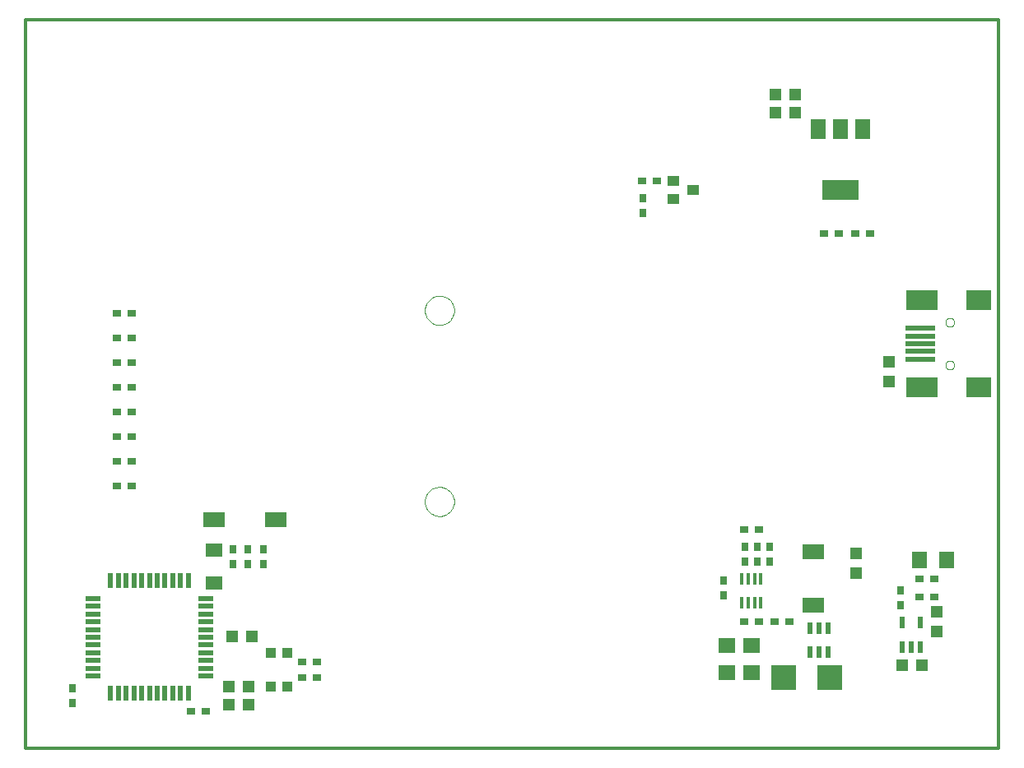
<source format=gtp>
G75*
G70*
%OFA0B0*%
%FSLAX24Y24*%
%IPPOS*%
%LPD*%
%AMOC8*
5,1,8,0,0,1.08239X$1,22.5*
%
%ADD10C,0.0120*%
%ADD11R,0.0591X0.0197*%
%ADD12R,0.0197X0.0591*%
%ADD13R,0.0984X0.0787*%
%ADD14R,0.1299X0.0787*%
%ADD15R,0.1220X0.0197*%
%ADD16C,0.0000*%
%ADD17R,0.0217X0.0472*%
%ADD18R,0.0315X0.0354*%
%ADD19R,0.0472X0.0512*%
%ADD20R,0.0512X0.0472*%
%ADD21R,0.0354X0.0315*%
%ADD22R,0.0630X0.0709*%
%ADD23R,0.0433X0.0394*%
%ADD24R,0.0590X0.0790*%
%ADD25R,0.1500X0.0790*%
%ADD26R,0.0160X0.0480*%
%ADD27R,0.0866X0.0591*%
%ADD28R,0.0200X0.0480*%
%ADD29R,0.0709X0.0630*%
%ADD30R,0.1000X0.1000*%
%ADD31R,0.0906X0.0630*%
%ADD32R,0.0709X0.0551*%
%ADD33R,0.0500X0.0394*%
D10*
X002176Y005651D02*
X002176Y035179D01*
X041546Y035179D01*
X041546Y005651D01*
X002176Y005651D01*
D11*
X004895Y008576D03*
X004895Y008891D03*
X004895Y009206D03*
X004895Y009521D03*
X004895Y009836D03*
X004895Y010151D03*
X004895Y010466D03*
X004895Y010781D03*
X004895Y011096D03*
X004895Y011411D03*
X004895Y011726D03*
X009462Y011726D03*
X009462Y011411D03*
X009462Y011096D03*
X009462Y010781D03*
X009462Y010466D03*
X009462Y010151D03*
X009462Y009836D03*
X009462Y009521D03*
X009462Y009206D03*
X009462Y008891D03*
X009462Y008576D03*
D12*
X008754Y007868D03*
X008439Y007868D03*
X008124Y007868D03*
X007809Y007868D03*
X007494Y007868D03*
X007179Y007868D03*
X006864Y007868D03*
X006549Y007868D03*
X006234Y007868D03*
X005919Y007868D03*
X005604Y007868D03*
X005604Y012435D03*
X005919Y012435D03*
X006234Y012435D03*
X006549Y012435D03*
X006864Y012435D03*
X007179Y012435D03*
X007494Y012435D03*
X007809Y012435D03*
X008124Y012435D03*
X008439Y012435D03*
X008754Y012435D03*
D13*
X040772Y020299D03*
X040772Y023803D03*
D14*
X038450Y023803D03*
X038450Y020299D03*
D15*
X038410Y021421D03*
X038410Y021736D03*
X038410Y022051D03*
X038410Y022366D03*
X038410Y022681D03*
D16*
X039414Y022917D02*
X039416Y022943D01*
X039422Y022969D01*
X039432Y022994D01*
X039445Y023017D01*
X039461Y023037D01*
X039481Y023055D01*
X039503Y023070D01*
X039526Y023082D01*
X039552Y023090D01*
X039578Y023094D01*
X039604Y023094D01*
X039630Y023090D01*
X039656Y023082D01*
X039680Y023070D01*
X039701Y023055D01*
X039721Y023037D01*
X039737Y023017D01*
X039750Y022994D01*
X039760Y022969D01*
X039766Y022943D01*
X039768Y022917D01*
X039766Y022891D01*
X039760Y022865D01*
X039750Y022840D01*
X039737Y022817D01*
X039721Y022797D01*
X039701Y022779D01*
X039679Y022764D01*
X039656Y022752D01*
X039630Y022744D01*
X039604Y022740D01*
X039578Y022740D01*
X039552Y022744D01*
X039526Y022752D01*
X039502Y022764D01*
X039481Y022779D01*
X039461Y022797D01*
X039445Y022817D01*
X039432Y022840D01*
X039422Y022865D01*
X039416Y022891D01*
X039414Y022917D01*
X039414Y021185D02*
X039416Y021211D01*
X039422Y021237D01*
X039432Y021262D01*
X039445Y021285D01*
X039461Y021305D01*
X039481Y021323D01*
X039503Y021338D01*
X039526Y021350D01*
X039552Y021358D01*
X039578Y021362D01*
X039604Y021362D01*
X039630Y021358D01*
X039656Y021350D01*
X039680Y021338D01*
X039701Y021323D01*
X039721Y021305D01*
X039737Y021285D01*
X039750Y021262D01*
X039760Y021237D01*
X039766Y021211D01*
X039768Y021185D01*
X039766Y021159D01*
X039760Y021133D01*
X039750Y021108D01*
X039737Y021085D01*
X039721Y021065D01*
X039701Y021047D01*
X039679Y021032D01*
X039656Y021020D01*
X039630Y021012D01*
X039604Y021008D01*
X039578Y021008D01*
X039552Y021012D01*
X039526Y021020D01*
X039502Y021032D01*
X039481Y021047D01*
X039461Y021065D01*
X039445Y021085D01*
X039432Y021108D01*
X039422Y021133D01*
X039416Y021159D01*
X039414Y021185D01*
X018335Y023401D02*
X018337Y023449D01*
X018343Y023497D01*
X018353Y023544D01*
X018366Y023590D01*
X018384Y023635D01*
X018404Y023679D01*
X018429Y023721D01*
X018457Y023760D01*
X018487Y023797D01*
X018521Y023831D01*
X018558Y023863D01*
X018596Y023892D01*
X018637Y023917D01*
X018680Y023939D01*
X018725Y023957D01*
X018771Y023971D01*
X018818Y023982D01*
X018866Y023989D01*
X018914Y023992D01*
X018962Y023991D01*
X019010Y023986D01*
X019058Y023977D01*
X019104Y023965D01*
X019149Y023948D01*
X019193Y023928D01*
X019235Y023905D01*
X019275Y023878D01*
X019313Y023848D01*
X019348Y023815D01*
X019380Y023779D01*
X019410Y023741D01*
X019436Y023700D01*
X019458Y023657D01*
X019478Y023613D01*
X019493Y023568D01*
X019505Y023521D01*
X019513Y023473D01*
X019517Y023425D01*
X019517Y023377D01*
X019513Y023329D01*
X019505Y023281D01*
X019493Y023234D01*
X019478Y023189D01*
X019458Y023145D01*
X019436Y023102D01*
X019410Y023061D01*
X019380Y023023D01*
X019348Y022987D01*
X019313Y022954D01*
X019275Y022924D01*
X019235Y022897D01*
X019193Y022874D01*
X019149Y022854D01*
X019104Y022837D01*
X019058Y022825D01*
X019010Y022816D01*
X018962Y022811D01*
X018914Y022810D01*
X018866Y022813D01*
X018818Y022820D01*
X018771Y022831D01*
X018725Y022845D01*
X018680Y022863D01*
X018637Y022885D01*
X018596Y022910D01*
X018558Y022939D01*
X018521Y022971D01*
X018487Y023005D01*
X018457Y023042D01*
X018429Y023081D01*
X018404Y023123D01*
X018384Y023167D01*
X018366Y023212D01*
X018353Y023258D01*
X018343Y023305D01*
X018337Y023353D01*
X018335Y023401D01*
X018335Y015651D02*
X018337Y015699D01*
X018343Y015747D01*
X018353Y015794D01*
X018366Y015840D01*
X018384Y015885D01*
X018404Y015929D01*
X018429Y015971D01*
X018457Y016010D01*
X018487Y016047D01*
X018521Y016081D01*
X018558Y016113D01*
X018596Y016142D01*
X018637Y016167D01*
X018680Y016189D01*
X018725Y016207D01*
X018771Y016221D01*
X018818Y016232D01*
X018866Y016239D01*
X018914Y016242D01*
X018962Y016241D01*
X019010Y016236D01*
X019058Y016227D01*
X019104Y016215D01*
X019149Y016198D01*
X019193Y016178D01*
X019235Y016155D01*
X019275Y016128D01*
X019313Y016098D01*
X019348Y016065D01*
X019380Y016029D01*
X019410Y015991D01*
X019436Y015950D01*
X019458Y015907D01*
X019478Y015863D01*
X019493Y015818D01*
X019505Y015771D01*
X019513Y015723D01*
X019517Y015675D01*
X019517Y015627D01*
X019513Y015579D01*
X019505Y015531D01*
X019493Y015484D01*
X019478Y015439D01*
X019458Y015395D01*
X019436Y015352D01*
X019410Y015311D01*
X019380Y015273D01*
X019348Y015237D01*
X019313Y015204D01*
X019275Y015174D01*
X019235Y015147D01*
X019193Y015124D01*
X019149Y015104D01*
X019104Y015087D01*
X019058Y015075D01*
X019010Y015066D01*
X018962Y015061D01*
X018914Y015060D01*
X018866Y015063D01*
X018818Y015070D01*
X018771Y015081D01*
X018725Y015095D01*
X018680Y015113D01*
X018637Y015135D01*
X018596Y015160D01*
X018558Y015189D01*
X018521Y015221D01*
X018487Y015255D01*
X018457Y015292D01*
X018429Y015331D01*
X018404Y015373D01*
X018384Y015417D01*
X018366Y015462D01*
X018353Y015508D01*
X018343Y015555D01*
X018337Y015603D01*
X018335Y015651D01*
D17*
X037652Y010760D03*
X038400Y010760D03*
X038400Y009737D03*
X038026Y009737D03*
X037652Y009737D03*
D18*
X037604Y011464D03*
X037604Y012064D03*
X032301Y013226D03*
X031801Y013226D03*
X031301Y013226D03*
X031301Y013826D03*
X031801Y013826D03*
X032301Y013826D03*
X030426Y012451D03*
X030426Y011851D03*
X011801Y013101D03*
X011801Y013701D03*
X011176Y013701D03*
X011176Y013101D03*
X010551Y013101D03*
X010551Y013701D03*
X004051Y008076D03*
X004051Y007476D03*
X027176Y027351D03*
X027176Y027951D03*
D19*
X032526Y031401D03*
X032526Y032151D03*
X033326Y032151D03*
X033326Y031401D03*
X011330Y010182D03*
X010530Y010182D03*
X010401Y008151D03*
X011201Y008151D03*
X011201Y007401D03*
X010401Y007401D03*
X037651Y009026D03*
X038451Y009026D03*
D20*
X039051Y010376D03*
X039051Y011176D03*
X035801Y012751D03*
X035801Y013551D03*
X037126Y020501D03*
X037126Y021301D03*
D21*
X036351Y026526D03*
X035751Y026526D03*
X035101Y026526D03*
X034501Y026526D03*
X027726Y028651D03*
X027126Y028651D03*
X031251Y014526D03*
X031851Y014526D03*
X031851Y010776D03*
X031251Y010776D03*
X032501Y010776D03*
X033101Y010776D03*
X038376Y011776D03*
X038976Y011776D03*
X038976Y012526D03*
X038376Y012526D03*
X013976Y009151D03*
X013376Y009151D03*
X013376Y008526D03*
X013976Y008526D03*
X009476Y007151D03*
X008876Y007151D03*
X006476Y016276D03*
X005876Y016276D03*
X005876Y017276D03*
X006476Y017276D03*
X006476Y018276D03*
X005876Y018276D03*
X005876Y019276D03*
X006476Y019276D03*
X006476Y020276D03*
X005876Y020276D03*
X005876Y021276D03*
X006476Y021276D03*
X006476Y022276D03*
X005876Y022276D03*
X005876Y023276D03*
X006476Y023276D03*
D22*
X038375Y013276D03*
X039477Y013276D03*
D23*
X012761Y009526D03*
X012091Y009526D03*
X012091Y008151D03*
X012761Y008151D03*
D24*
X034266Y030766D03*
X035166Y030766D03*
X036066Y030766D03*
D25*
X035176Y028286D03*
D26*
X031931Y012506D03*
X031681Y012506D03*
X031421Y012506D03*
X031171Y012506D03*
X031171Y011546D03*
X031421Y011546D03*
X031681Y011546D03*
X031931Y011546D03*
D27*
X034051Y011443D03*
X034051Y013609D03*
D28*
X033931Y010516D03*
X034301Y010516D03*
X034671Y010516D03*
X034671Y009536D03*
X034301Y009536D03*
X033931Y009536D03*
D29*
X031551Y009827D03*
X030551Y009827D03*
X030551Y008725D03*
X031551Y008725D03*
D30*
X032876Y008526D03*
X034726Y008526D03*
D31*
X012291Y014901D03*
X009811Y014901D03*
D32*
X009801Y013695D03*
X009801Y012357D03*
D33*
X028407Y027902D03*
X029195Y028276D03*
X028407Y028650D03*
M02*

</source>
